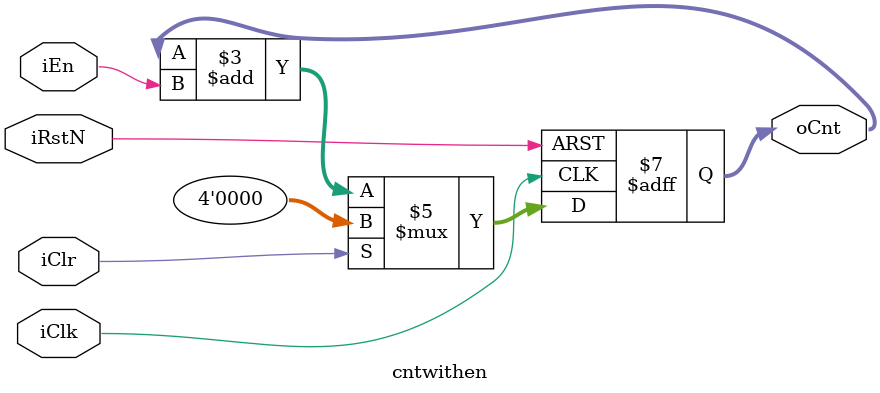
<source format=v>
`ifndef cntwithen
`define cntwithen

module cntwithen #(
    parameter BITWIDTH = 4 //specifies bitwidth
) (
    input wire iClk, //clock
    input wire iRstN, //asynch reset active low
    input wire iEn, 
    input wire iClr, 
    output reg [BITWIDTH - 1:0] oCnt
);
    always@(posedge iClk or negedge iRstN) begin
        if(~iRstN) begin
            oCnt <= 0;
        end else begin
            if(iClr) begin
                oCnt <= 0;
            end else begin
                oCnt <= oCnt + iEn;
            end
        end
    end


endmodule

`endif


</source>
